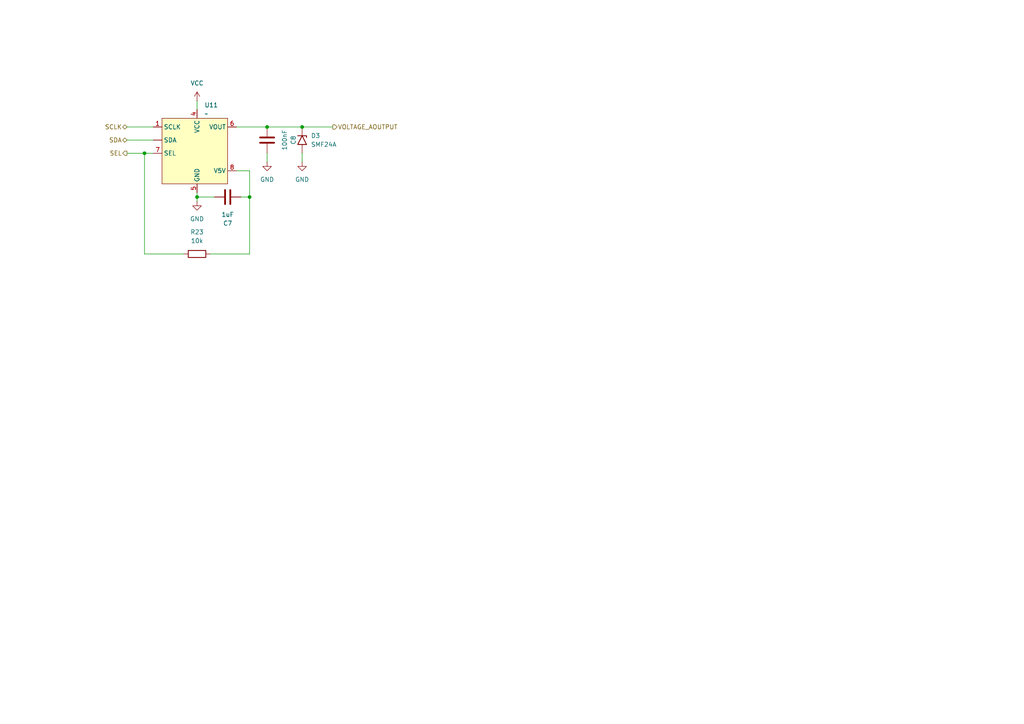
<source format=kicad_sch>
(kicad_sch
	(version 20250114)
	(generator "eeschema")
	(generator_version "9.0")
	(uuid "3742f05f-a4eb-40c7-b72e-0dcf39ee7c87")
	(paper "A4")
	(lib_symbols
		(symbol "Device:C"
			(pin_numbers
				(hide yes)
			)
			(pin_names
				(offset 0.254)
			)
			(exclude_from_sim no)
			(in_bom yes)
			(on_board yes)
			(property "Reference" "C"
				(at 0.635 2.54 0)
				(effects
					(font
						(size 1.27 1.27)
					)
					(justify left)
				)
			)
			(property "Value" "C"
				(at 0.635 -2.54 0)
				(effects
					(font
						(size 1.27 1.27)
					)
					(justify left)
				)
			)
			(property "Footprint" ""
				(at 0.9652 -3.81 0)
				(effects
					(font
						(size 1.27 1.27)
					)
					(hide yes)
				)
			)
			(property "Datasheet" "~"
				(at 0 0 0)
				(effects
					(font
						(size 1.27 1.27)
					)
					(hide yes)
				)
			)
			(property "Description" "Unpolarized capacitor"
				(at 0 0 0)
				(effects
					(font
						(size 1.27 1.27)
					)
					(hide yes)
				)
			)
			(property "ki_keywords" "cap capacitor"
				(at 0 0 0)
				(effects
					(font
						(size 1.27 1.27)
					)
					(hide yes)
				)
			)
			(property "ki_fp_filters" "C_*"
				(at 0 0 0)
				(effects
					(font
						(size 1.27 1.27)
					)
					(hide yes)
				)
			)
			(symbol "C_0_1"
				(polyline
					(pts
						(xy -2.032 0.762) (xy 2.032 0.762)
					)
					(stroke
						(width 0.508)
						(type default)
					)
					(fill
						(type none)
					)
				)
				(polyline
					(pts
						(xy -2.032 -0.762) (xy 2.032 -0.762)
					)
					(stroke
						(width 0.508)
						(type default)
					)
					(fill
						(type none)
					)
				)
			)
			(symbol "C_1_1"
				(pin passive line
					(at 0 3.81 270)
					(length 2.794)
					(name "~"
						(effects
							(font
								(size 1.27 1.27)
							)
						)
					)
					(number "1"
						(effects
							(font
								(size 1.27 1.27)
							)
						)
					)
				)
				(pin passive line
					(at 0 -3.81 90)
					(length 2.794)
					(name "~"
						(effects
							(font
								(size 1.27 1.27)
							)
						)
					)
					(number "2"
						(effects
							(font
								(size 1.27 1.27)
							)
						)
					)
				)
			)
			(embedded_fonts no)
		)
		(symbol "Device:R"
			(pin_numbers
				(hide yes)
			)
			(pin_names
				(offset 0)
			)
			(exclude_from_sim no)
			(in_bom yes)
			(on_board yes)
			(property "Reference" "R"
				(at 2.032 0 90)
				(effects
					(font
						(size 1.27 1.27)
					)
				)
			)
			(property "Value" "R"
				(at 0 0 90)
				(effects
					(font
						(size 1.27 1.27)
					)
				)
			)
			(property "Footprint" ""
				(at -1.778 0 90)
				(effects
					(font
						(size 1.27 1.27)
					)
					(hide yes)
				)
			)
			(property "Datasheet" "~"
				(at 0 0 0)
				(effects
					(font
						(size 1.27 1.27)
					)
					(hide yes)
				)
			)
			(property "Description" "Resistor"
				(at 0 0 0)
				(effects
					(font
						(size 1.27 1.27)
					)
					(hide yes)
				)
			)
			(property "ki_keywords" "R res resistor"
				(at 0 0 0)
				(effects
					(font
						(size 1.27 1.27)
					)
					(hide yes)
				)
			)
			(property "ki_fp_filters" "R_*"
				(at 0 0 0)
				(effects
					(font
						(size 1.27 1.27)
					)
					(hide yes)
				)
			)
			(symbol "R_0_1"
				(rectangle
					(start -1.016 -2.54)
					(end 1.016 2.54)
					(stroke
						(width 0.254)
						(type default)
					)
					(fill
						(type none)
					)
				)
			)
			(symbol "R_1_1"
				(pin passive line
					(at 0 3.81 270)
					(length 1.27)
					(name "~"
						(effects
							(font
								(size 1.27 1.27)
							)
						)
					)
					(number "1"
						(effects
							(font
								(size 1.27 1.27)
							)
						)
					)
				)
				(pin passive line
					(at 0 -3.81 90)
					(length 1.27)
					(name "~"
						(effects
							(font
								(size 1.27 1.27)
							)
						)
					)
					(number "2"
						(effects
							(font
								(size 1.27 1.27)
							)
						)
					)
				)
			)
			(embedded_fonts no)
		)
		(symbol "Diode:SMF24A"
			(pin_numbers
				(hide yes)
			)
			(pin_names
				(offset 1.016)
				(hide yes)
			)
			(exclude_from_sim no)
			(in_bom yes)
			(on_board yes)
			(property "Reference" "D"
				(at 0 2.54 0)
				(effects
					(font
						(size 1.27 1.27)
					)
				)
			)
			(property "Value" "SMF24A"
				(at 0 -2.54 0)
				(effects
					(font
						(size 1.27 1.27)
					)
				)
			)
			(property "Footprint" "Diode_SMD:D_SMF"
				(at 0 -5.08 0)
				(effects
					(font
						(size 1.27 1.27)
					)
					(hide yes)
				)
			)
			(property "Datasheet" "https://www.vishay.com/doc?85881"
				(at -1.27 0 0)
				(effects
					(font
						(size 1.27 1.27)
					)
					(hide yes)
				)
			)
			(property "Description" "200W unidirectional Transil Transient Voltage Suppressor, 24Vrwm, SMF"
				(at 0 0 0)
				(effects
					(font
						(size 1.27 1.27)
					)
					(hide yes)
				)
			)
			(property "ki_keywords" "diode TVS voltage suppressor"
				(at 0 0 0)
				(effects
					(font
						(size 1.27 1.27)
					)
					(hide yes)
				)
			)
			(property "ki_fp_filters" "D*SMF*"
				(at 0 0 0)
				(effects
					(font
						(size 1.27 1.27)
					)
					(hide yes)
				)
			)
			(symbol "SMF24A_0_1"
				(polyline
					(pts
						(xy -0.762 1.27) (xy -1.27 1.27) (xy -1.27 -1.27)
					)
					(stroke
						(width 0.254)
						(type default)
					)
					(fill
						(type none)
					)
				)
				(polyline
					(pts
						(xy 1.27 1.27) (xy 1.27 -1.27) (xy -1.27 0) (xy 1.27 1.27)
					)
					(stroke
						(width 0.254)
						(type default)
					)
					(fill
						(type none)
					)
				)
			)
			(symbol "SMF24A_1_1"
				(pin passive line
					(at -3.81 0 0)
					(length 2.54)
					(name "A1"
						(effects
							(font
								(size 1.27 1.27)
							)
						)
					)
					(number "1"
						(effects
							(font
								(size 1.27 1.27)
							)
						)
					)
				)
				(pin passive line
					(at 3.81 0 180)
					(length 2.54)
					(name "A2"
						(effects
							(font
								(size 1.27 1.27)
							)
						)
					)
					(number "2"
						(effects
							(font
								(size 1.27 1.27)
							)
						)
					)
				)
			)
			(embedded_fonts no)
		)
		(symbol "Riqi_Parts:GP8201S"
			(exclude_from_sim no)
			(in_bom yes)
			(on_board yes)
			(property "Reference" "U"
				(at 0 0 0)
				(effects
					(font
						(size 1.27 1.27)
					)
				)
			)
			(property "Value" ""
				(at 0 0 0)
				(effects
					(font
						(size 1.27 1.27)
					)
				)
			)
			(property "Footprint" "Riqi_Parts:eSOP-8"
				(at 0 0 0)
				(effects
					(font
						(size 1.27 1.27)
					)
					(hide yes)
				)
			)
			(property "Datasheet" "https://lcsc.com/datasheet/lcsc_datasheet_2410121507_Guestgood-GP8201S-TC50-EW_C5240058.pdf"
				(at 0 0 0)
				(effects
					(font
						(size 1.27 1.27)
					)
					(hide yes)
				)
			)
			(property "Description" ""
				(at 0 0 0)
				(effects
					(font
						(size 1.27 1.27)
					)
					(hide yes)
				)
			)
			(symbol "GP8201S_1_1"
				(rectangle
					(start -3.81 -1.27)
					(end 15.24 -20.32)
					(stroke
						(width 0)
						(type solid)
					)
					(fill
						(type background)
					)
				)
				(pin passive line
					(at -6.35 -3.81 0)
					(length 2.54)
					(name "SCLK"
						(effects
							(font
								(size 1.27 1.27)
							)
						)
					)
					(number "1"
						(effects
							(font
								(size 1.27 1.27)
							)
						)
					)
				)
				(pin passive line
					(at -6.35 -7.62 0)
					(length 2.54)
					(name "SDA"
						(effects
							(font
								(size 1.27 1.27)
							)
						)
					)
					(number ""
						(effects
							(font
								(size 1.27 1.27)
							)
						)
					)
				)
				(pin passive line
					(at -6.35 -11.43 0)
					(length 2.54)
					(name "SEL"
						(effects
							(font
								(size 1.27 1.27)
							)
						)
					)
					(number "7"
						(effects
							(font
								(size 1.27 1.27)
							)
						)
					)
				)
				(pin passive line
					(at 6.35 1.27 270)
					(length 2.54)
					(name "VCC"
						(effects
							(font
								(size 1.27 1.27)
							)
						)
					)
					(number "4"
						(effects
							(font
								(size 1.27 1.27)
							)
						)
					)
				)
				(pin passive line
					(at 6.35 -22.86 90)
					(length 2.54)
					(name "GND"
						(effects
							(font
								(size 1.27 1.27)
							)
						)
					)
					(number "5"
						(effects
							(font
								(size 1.27 1.27)
							)
						)
					)
				)
				(pin passive line
					(at 17.78 -3.81 180)
					(length 2.54)
					(name "VOUT"
						(effects
							(font
								(size 1.27 1.27)
							)
						)
					)
					(number "6"
						(effects
							(font
								(size 1.27 1.27)
							)
						)
					)
				)
				(pin passive line
					(at 17.78 -16.51 180)
					(length 2.54)
					(name "V5V"
						(effects
							(font
								(size 1.27 1.27)
							)
						)
					)
					(number "8"
						(effects
							(font
								(size 1.27 1.27)
							)
						)
					)
				)
			)
			(embedded_fonts no)
		)
		(symbol "power:GND"
			(power)
			(pin_numbers
				(hide yes)
			)
			(pin_names
				(offset 0)
				(hide yes)
			)
			(exclude_from_sim no)
			(in_bom yes)
			(on_board yes)
			(property "Reference" "#PWR"
				(at 0 -6.35 0)
				(effects
					(font
						(size 1.27 1.27)
					)
					(hide yes)
				)
			)
			(property "Value" "GND"
				(at 0 -3.81 0)
				(effects
					(font
						(size 1.27 1.27)
					)
				)
			)
			(property "Footprint" ""
				(at 0 0 0)
				(effects
					(font
						(size 1.27 1.27)
					)
					(hide yes)
				)
			)
			(property "Datasheet" ""
				(at 0 0 0)
				(effects
					(font
						(size 1.27 1.27)
					)
					(hide yes)
				)
			)
			(property "Description" "Power symbol creates a global label with name \"GND\" , ground"
				(at 0 0 0)
				(effects
					(font
						(size 1.27 1.27)
					)
					(hide yes)
				)
			)
			(property "ki_keywords" "global power"
				(at 0 0 0)
				(effects
					(font
						(size 1.27 1.27)
					)
					(hide yes)
				)
			)
			(symbol "GND_0_1"
				(polyline
					(pts
						(xy 0 0) (xy 0 -1.27) (xy 1.27 -1.27) (xy 0 -2.54) (xy -1.27 -1.27) (xy 0 -1.27)
					)
					(stroke
						(width 0)
						(type default)
					)
					(fill
						(type none)
					)
				)
			)
			(symbol "GND_1_1"
				(pin power_in line
					(at 0 0 270)
					(length 0)
					(name "~"
						(effects
							(font
								(size 1.27 1.27)
							)
						)
					)
					(number "1"
						(effects
							(font
								(size 1.27 1.27)
							)
						)
					)
				)
			)
			(embedded_fonts no)
		)
		(symbol "power:VCC"
			(power)
			(pin_numbers
				(hide yes)
			)
			(pin_names
				(offset 0)
				(hide yes)
			)
			(exclude_from_sim no)
			(in_bom yes)
			(on_board yes)
			(property "Reference" "#PWR"
				(at 0 -3.81 0)
				(effects
					(font
						(size 1.27 1.27)
					)
					(hide yes)
				)
			)
			(property "Value" "VCC"
				(at 0 3.556 0)
				(effects
					(font
						(size 1.27 1.27)
					)
				)
			)
			(property "Footprint" ""
				(at 0 0 0)
				(effects
					(font
						(size 1.27 1.27)
					)
					(hide yes)
				)
			)
			(property "Datasheet" ""
				(at 0 0 0)
				(effects
					(font
						(size 1.27 1.27)
					)
					(hide yes)
				)
			)
			(property "Description" "Power symbol creates a global label with name \"VCC\""
				(at 0 0 0)
				(effects
					(font
						(size 1.27 1.27)
					)
					(hide yes)
				)
			)
			(property "ki_keywords" "global power"
				(at 0 0 0)
				(effects
					(font
						(size 1.27 1.27)
					)
					(hide yes)
				)
			)
			(symbol "VCC_0_1"
				(polyline
					(pts
						(xy -0.762 1.27) (xy 0 2.54)
					)
					(stroke
						(width 0)
						(type default)
					)
					(fill
						(type none)
					)
				)
				(polyline
					(pts
						(xy 0 2.54) (xy 0.762 1.27)
					)
					(stroke
						(width 0)
						(type default)
					)
					(fill
						(type none)
					)
				)
				(polyline
					(pts
						(xy 0 0) (xy 0 2.54)
					)
					(stroke
						(width 0)
						(type default)
					)
					(fill
						(type none)
					)
				)
			)
			(symbol "VCC_1_1"
				(pin power_in line
					(at 0 0 90)
					(length 0)
					(name "~"
						(effects
							(font
								(size 1.27 1.27)
							)
						)
					)
					(number "1"
						(effects
							(font
								(size 1.27 1.27)
							)
						)
					)
				)
			)
			(embedded_fonts no)
		)
	)
	(junction
		(at 87.63 36.83)
		(diameter 0)
		(color 0 0 0 0)
		(uuid "37b86f11-e166-4d75-90fb-e9035876b411")
	)
	(junction
		(at 72.39 57.15)
		(diameter 0)
		(color 0 0 0 0)
		(uuid "39a9a1b7-cb0d-488a-a2c9-396f72f9df0c")
	)
	(junction
		(at 77.47 36.83)
		(diameter 0)
		(color 0 0 0 0)
		(uuid "91e6294b-46e3-46da-986b-8fc2ef76237f")
	)
	(junction
		(at 41.91 44.45)
		(diameter 0)
		(color 0 0 0 0)
		(uuid "9befae28-e58a-4602-8b14-49b78630f37f")
	)
	(junction
		(at 57.15 57.15)
		(diameter 0)
		(color 0 0 0 0)
		(uuid "a3885f68-5885-4415-981a-d08c1551c405")
	)
	(wire
		(pts
			(xy 36.83 44.45) (xy 41.91 44.45)
		)
		(stroke
			(width 0)
			(type default)
		)
		(uuid "01cf88f8-b7fc-40b0-988b-ea88e8adcf07")
	)
	(wire
		(pts
			(xy 53.34 73.66) (xy 41.91 73.66)
		)
		(stroke
			(width 0)
			(type default)
		)
		(uuid "0c5d048c-c380-44c6-b406-ab65a3a1c35e")
	)
	(wire
		(pts
			(xy 57.15 57.15) (xy 57.15 58.42)
		)
		(stroke
			(width 0)
			(type default)
		)
		(uuid "2178dc25-0054-4aa3-ae79-e887e11ebf2f")
	)
	(wire
		(pts
			(xy 68.58 36.83) (xy 77.47 36.83)
		)
		(stroke
			(width 0)
			(type default)
		)
		(uuid "247baa79-7d52-4c9d-818d-5428357cdfd4")
	)
	(wire
		(pts
			(xy 87.63 44.45) (xy 87.63 46.99)
		)
		(stroke
			(width 0)
			(type default)
		)
		(uuid "24bfae15-4c81-478b-9860-fb4c2ed3aaf8")
	)
	(wire
		(pts
			(xy 41.91 44.45) (xy 41.91 73.66)
		)
		(stroke
			(width 0)
			(type default)
		)
		(uuid "2a466cbf-82a4-411f-9943-590441ffc9bf")
	)
	(wire
		(pts
			(xy 72.39 49.53) (xy 68.58 49.53)
		)
		(stroke
			(width 0)
			(type default)
		)
		(uuid "2f2058f7-8eb4-4142-80c1-1769be58067e")
	)
	(wire
		(pts
			(xy 72.39 73.66) (xy 72.39 57.15)
		)
		(stroke
			(width 0)
			(type default)
		)
		(uuid "305d318d-ac7f-467d-aa8e-ea1c74b7f369")
	)
	(wire
		(pts
			(xy 57.15 29.21) (xy 57.15 31.75)
		)
		(stroke
			(width 0)
			(type default)
		)
		(uuid "356daf53-e3d5-454c-b9f9-e4ab009648fd")
	)
	(wire
		(pts
			(xy 36.83 40.64) (xy 44.45 40.64)
		)
		(stroke
			(width 0)
			(type default)
		)
		(uuid "382d9985-bc91-4ab9-8c3e-6423b1be5b60")
	)
	(wire
		(pts
			(xy 77.47 44.45) (xy 77.47 46.99)
		)
		(stroke
			(width 0)
			(type default)
		)
		(uuid "4f79106a-862c-444a-be9c-10a287a785a2")
	)
	(wire
		(pts
			(xy 57.15 57.15) (xy 62.23 57.15)
		)
		(stroke
			(width 0)
			(type default)
		)
		(uuid "50c34c20-de72-4f2f-ae11-bee130f9dda5")
	)
	(wire
		(pts
			(xy 77.47 36.83) (xy 87.63 36.83)
		)
		(stroke
			(width 0)
			(type default)
		)
		(uuid "8d1feb1b-2fdb-4522-8d49-c16a279ccc6d")
	)
	(wire
		(pts
			(xy 41.91 44.45) (xy 44.45 44.45)
		)
		(stroke
			(width 0)
			(type default)
		)
		(uuid "a4dbce02-4770-4915-a889-da30974d89ad")
	)
	(wire
		(pts
			(xy 36.83 36.83) (xy 44.45 36.83)
		)
		(stroke
			(width 0)
			(type default)
		)
		(uuid "a589327b-7bbb-4aa3-b180-a95477b0ab3d")
	)
	(wire
		(pts
			(xy 72.39 57.15) (xy 72.39 49.53)
		)
		(stroke
			(width 0)
			(type default)
		)
		(uuid "a7e82d45-8570-4cb5-a924-ecdac3bf5a66")
	)
	(wire
		(pts
			(xy 60.96 73.66) (xy 72.39 73.66)
		)
		(stroke
			(width 0)
			(type default)
		)
		(uuid "aa42bb85-3377-40e1-84f8-2953c11778d5")
	)
	(wire
		(pts
			(xy 57.15 55.88) (xy 57.15 57.15)
		)
		(stroke
			(width 0)
			(type default)
		)
		(uuid "c08283ae-81a7-4d5e-8d45-5e2ac7dd2267")
	)
	(wire
		(pts
			(xy 69.85 57.15) (xy 72.39 57.15)
		)
		(stroke
			(width 0)
			(type default)
		)
		(uuid "e0352069-46ae-4603-aab0-f44f1b54522e")
	)
	(wire
		(pts
			(xy 87.63 36.83) (xy 96.52 36.83)
		)
		(stroke
			(width 0)
			(type default)
		)
		(uuid "fa61c790-b0d9-4f73-962d-bfb82ce8e59e")
	)
	(hierarchical_label "VOLTAGE_AOUTPUT"
		(shape output)
		(at 96.52 36.83 0)
		(effects
			(font
				(size 1.27 1.27)
			)
			(justify left)
		)
		(uuid "05417ecd-022e-4c0d-a9ad-6ad68e854b13")
	)
	(hierarchical_label "SCLK"
		(shape bidirectional)
		(at 36.83 36.83 180)
		(effects
			(font
				(size 1.27 1.27)
			)
			(justify right)
		)
		(uuid "4ff90390-0aa6-44a1-96de-5166687bde46")
	)
	(hierarchical_label "SDA"
		(shape bidirectional)
		(at 36.83 40.64 180)
		(effects
			(font
				(size 1.27 1.27)
			)
			(justify right)
		)
		(uuid "772c48a4-a799-4516-8cb2-4f8a1e6e90c8")
	)
	(hierarchical_label "SEL"
		(shape output)
		(at 36.83 44.45 180)
		(effects
			(font
				(size 1.27 1.27)
			)
			(justify right)
		)
		(uuid "b464bd23-a3d1-4980-9557-aaaac9460f3a")
	)
	(symbol
		(lib_id "power:GND")
		(at 57.15 58.42 0)
		(unit 1)
		(exclude_from_sim no)
		(in_bom yes)
		(on_board yes)
		(dnp no)
		(fields_autoplaced yes)
		(uuid "0d36b151-1690-4e53-ac0a-4b56dace1e06")
		(property "Reference" "#PWR049"
			(at 57.15 64.77 0)
			(effects
				(font
					(size 1.27 1.27)
				)
				(hide yes)
			)
		)
		(property "Value" "GND"
			(at 57.15 63.5 0)
			(effects
				(font
					(size 1.27 1.27)
				)
			)
		)
		(property "Footprint" ""
			(at 57.15 58.42 0)
			(effects
				(font
					(size 1.27 1.27)
				)
				(hide yes)
			)
		)
		(property "Datasheet" ""
			(at 57.15 58.42 0)
			(effects
				(font
					(size 1.27 1.27)
				)
				(hide yes)
			)
		)
		(property "Description" "Power symbol creates a global label with name \"GND\" , ground"
			(at 57.15 58.42 0)
			(effects
				(font
					(size 1.27 1.27)
				)
				(hide yes)
			)
		)
		(pin "1"
			(uuid "6ae02edb-08f9-405c-a30d-29f52d2ca84d")
		)
		(instances
			(project "NIVARA"
				(path "/ff64f013-32cc-4b27-a03f-45a540688198/1d6a0d55-124c-4c27-8d03-8c1521f03c11/c2cdf35d-58b0-43d9-97b8-dc4a39c93f3d"
					(reference "#PWR049")
					(unit 1)
				)
			)
		)
	)
	(symbol
		(lib_id "Riqi_Parts:GP8201S")
		(at 50.8 33.02 0)
		(unit 1)
		(exclude_from_sim no)
		(in_bom yes)
		(on_board yes)
		(dnp no)
		(fields_autoplaced yes)
		(uuid "3083f3de-6405-48c1-bfbc-8eba692dd5b1")
		(property "Reference" "U11"
			(at 59.2933 30.48 0)
			(effects
				(font
					(size 1.27 1.27)
				)
				(justify left)
			)
		)
		(property "Value" "~"
			(at 59.2933 33.02 0)
			(effects
				(font
					(size 1.27 1.27)
				)
				(justify left)
			)
		)
		(property "Footprint" "Riqi_Parts:eSOP-8"
			(at 50.8 33.02 0)
			(effects
				(font
					(size 1.27 1.27)
				)
				(hide yes)
			)
		)
		(property "Datasheet" "https://lcsc.com/datasheet/lcsc_datasheet_2410121507_Guestgood-GP8201S-TC50-EW_C5240058.pdf"
			(at 50.8 33.02 0)
			(effects
				(font
					(size 1.27 1.27)
				)
				(hide yes)
			)
		)
		(property "Description" ""
			(at 50.8 33.02 0)
			(effects
				(font
					(size 1.27 1.27)
				)
				(hide yes)
			)
		)
		(pin "4"
			(uuid "efb988f6-c932-4029-bf9c-8e7ccc9f8df9")
		)
		(pin "1"
			(uuid "e9600d62-9a79-451e-a838-6bfc7b851033")
		)
		(pin "5"
			(uuid "2171b937-6b58-4741-ada7-81d9b943e09e")
		)
		(pin "7"
			(uuid "a05c47a9-a9aa-4793-8a2c-ab43d38c0f5c")
		)
		(pin ""
			(uuid "4e6d7521-c851-4f33-8c82-e2293a2e9d88")
		)
		(pin "8"
			(uuid "9a7ce201-4337-4107-8e0a-a2c66d70e1e3")
		)
		(pin "6"
			(uuid "bdf14164-8516-4c07-8d3e-97d1bf96b75b")
		)
		(instances
			(project "NIVARA"
				(path "/ff64f013-32cc-4b27-a03f-45a540688198/1d6a0d55-124c-4c27-8d03-8c1521f03c11/c2cdf35d-58b0-43d9-97b8-dc4a39c93f3d"
					(reference "U11")
					(unit 1)
				)
			)
		)
	)
	(symbol
		(lib_id "power:VCC")
		(at 57.15 29.21 0)
		(unit 1)
		(exclude_from_sim no)
		(in_bom yes)
		(on_board yes)
		(dnp no)
		(fields_autoplaced yes)
		(uuid "32a4f282-1938-49ed-9804-2171ccd66d25")
		(property "Reference" "#PWR048"
			(at 57.15 33.02 0)
			(effects
				(font
					(size 1.27 1.27)
				)
				(hide yes)
			)
		)
		(property "Value" "VCC"
			(at 57.15 24.13 0)
			(effects
				(font
					(size 1.27 1.27)
				)
			)
		)
		(property "Footprint" ""
			(at 57.15 29.21 0)
			(effects
				(font
					(size 1.27 1.27)
				)
				(hide yes)
			)
		)
		(property "Datasheet" ""
			(at 57.15 29.21 0)
			(effects
				(font
					(size 1.27 1.27)
				)
				(hide yes)
			)
		)
		(property "Description" "Power symbol creates a global label with name \"VCC\""
			(at 57.15 29.21 0)
			(effects
				(font
					(size 1.27 1.27)
				)
				(hide yes)
			)
		)
		(pin "1"
			(uuid "8806bf15-8e95-4822-8b3d-92ca2ca38280")
		)
		(instances
			(project "NIVARA"
				(path "/ff64f013-32cc-4b27-a03f-45a540688198/1d6a0d55-124c-4c27-8d03-8c1521f03c11/c2cdf35d-58b0-43d9-97b8-dc4a39c93f3d"
					(reference "#PWR048")
					(unit 1)
				)
			)
		)
	)
	(symbol
		(lib_id "power:GND")
		(at 87.63 46.99 0)
		(unit 1)
		(exclude_from_sim no)
		(in_bom yes)
		(on_board yes)
		(dnp no)
		(fields_autoplaced yes)
		(uuid "662b6e9a-245d-4a1f-b92b-f2a9faa0457a")
		(property "Reference" "#PWR046"
			(at 87.63 53.34 0)
			(effects
				(font
					(size 1.27 1.27)
				)
				(hide yes)
			)
		)
		(property "Value" "GND"
			(at 87.63 52.07 0)
			(effects
				(font
					(size 1.27 1.27)
				)
			)
		)
		(property "Footprint" ""
			(at 87.63 46.99 0)
			(effects
				(font
					(size 1.27 1.27)
				)
				(hide yes)
			)
		)
		(property "Datasheet" ""
			(at 87.63 46.99 0)
			(effects
				(font
					(size 1.27 1.27)
				)
				(hide yes)
			)
		)
		(property "Description" "Power symbol creates a global label with name \"GND\" , ground"
			(at 87.63 46.99 0)
			(effects
				(font
					(size 1.27 1.27)
				)
				(hide yes)
			)
		)
		(pin "1"
			(uuid "21e7dea8-dc65-49ba-b955-ef1b8542ed03")
		)
		(instances
			(project "NIVARA"
				(path "/ff64f013-32cc-4b27-a03f-45a540688198/1d6a0d55-124c-4c27-8d03-8c1521f03c11/c2cdf35d-58b0-43d9-97b8-dc4a39c93f3d"
					(reference "#PWR046")
					(unit 1)
				)
			)
		)
	)
	(symbol
		(lib_id "Diode:SMF24A")
		(at 87.63 40.64 270)
		(unit 1)
		(exclude_from_sim no)
		(in_bom yes)
		(on_board yes)
		(dnp no)
		(fields_autoplaced yes)
		(uuid "70958a0c-14cd-498d-96c7-6784d8276f5e")
		(property "Reference" "D3"
			(at 90.17 39.3699 90)
			(effects
				(font
					(size 1.27 1.27)
				)
				(justify left)
			)
		)
		(property "Value" "SMF24A"
			(at 90.17 41.9099 90)
			(effects
				(font
					(size 1.27 1.27)
				)
				(justify left)
			)
		)
		(property "Footprint" "Diode_SMD:D_SMF"
			(at 82.55 40.64 0)
			(effects
				(font
					(size 1.27 1.27)
				)
				(hide yes)
			)
		)
		(property "Datasheet" "https://www.vishay.com/doc?85881"
			(at 87.63 39.37 0)
			(effects
				(font
					(size 1.27 1.27)
				)
				(hide yes)
			)
		)
		(property "Description" "200W unidirectional Transil Transient Voltage Suppressor, 24Vrwm, SMF"
			(at 87.63 40.64 0)
			(effects
				(font
					(size 1.27 1.27)
				)
				(hide yes)
			)
		)
		(property "LCSC#" "C7495269"
			(at 87.63 40.64 90)
			(effects
				(font
					(size 1.27 1.27)
				)
				(hide yes)
			)
		)
		(pin "1"
			(uuid "5d6114e7-4d01-46e9-b6f8-13b34735f7d8")
		)
		(pin "2"
			(uuid "20826ab0-bcd0-4e56-a872-7397b8be6b21")
		)
		(instances
			(project "NIVARA"
				(path "/ff64f013-32cc-4b27-a03f-45a540688198/1d6a0d55-124c-4c27-8d03-8c1521f03c11/c2cdf35d-58b0-43d9-97b8-dc4a39c93f3d"
					(reference "D3")
					(unit 1)
				)
			)
		)
	)
	(symbol
		(lib_id "Device:C")
		(at 66.04 57.15 90)
		(unit 1)
		(exclude_from_sim no)
		(in_bom yes)
		(on_board yes)
		(dnp no)
		(uuid "b6a894aa-f515-4d38-a765-726d545de0a9")
		(property "Reference" "C7"
			(at 66.04 64.77 90)
			(effects
				(font
					(size 1.27 1.27)
				)
			)
		)
		(property "Value" "1uF"
			(at 66.04 62.23 90)
			(effects
				(font
					(size 1.27 1.27)
				)
			)
		)
		(property "Footprint" ""
			(at 69.85 56.1848 0)
			(effects
				(font
					(size 1.27 1.27)
				)
				(hide yes)
			)
		)
		(property "Datasheet" "~"
			(at 66.04 57.15 0)
			(effects
				(font
					(size 1.27 1.27)
				)
				(hide yes)
			)
		)
		(property "Description" "Unpolarized capacitor"
			(at 66.04 57.15 0)
			(effects
				(font
					(size 1.27 1.27)
				)
				(hide yes)
			)
		)
		(pin "2"
			(uuid "17b6e5d4-8d3f-4e43-a094-12bbba6c2a15")
		)
		(pin "1"
			(uuid "940082d0-31e0-4ec3-920b-9b59a3d1c782")
		)
		(instances
			(project "NIVARA"
				(path "/ff64f013-32cc-4b27-a03f-45a540688198/1d6a0d55-124c-4c27-8d03-8c1521f03c11/c2cdf35d-58b0-43d9-97b8-dc4a39c93f3d"
					(reference "C7")
					(unit 1)
				)
			)
		)
	)
	(symbol
		(lib_id "power:GND")
		(at 77.47 46.99 0)
		(unit 1)
		(exclude_from_sim no)
		(in_bom yes)
		(on_board yes)
		(dnp no)
		(fields_autoplaced yes)
		(uuid "bba1afef-4158-4353-ac2f-1c0cdacfd82d")
		(property "Reference" "#PWR050"
			(at 77.47 53.34 0)
			(effects
				(font
					(size 1.27 1.27)
				)
				(hide yes)
			)
		)
		(property "Value" "GND"
			(at 77.47 52.07 0)
			(effects
				(font
					(size 1.27 1.27)
				)
			)
		)
		(property "Footprint" ""
			(at 77.47 46.99 0)
			(effects
				(font
					(size 1.27 1.27)
				)
				(hide yes)
			)
		)
		(property "Datasheet" ""
			(at 77.47 46.99 0)
			(effects
				(font
					(size 1.27 1.27)
				)
				(hide yes)
			)
		)
		(property "Description" "Power symbol creates a global label with name \"GND\" , ground"
			(at 77.47 46.99 0)
			(effects
				(font
					(size 1.27 1.27)
				)
				(hide yes)
			)
		)
		(pin "1"
			(uuid "b2663e65-be23-4ee1-9e9a-073730702b13")
		)
		(instances
			(project "NIVARA"
				(path "/ff64f013-32cc-4b27-a03f-45a540688198/1d6a0d55-124c-4c27-8d03-8c1521f03c11/c2cdf35d-58b0-43d9-97b8-dc4a39c93f3d"
					(reference "#PWR050")
					(unit 1)
				)
			)
		)
	)
	(symbol
		(lib_id "Device:C")
		(at 77.47 40.64 180)
		(unit 1)
		(exclude_from_sim no)
		(in_bom yes)
		(on_board yes)
		(dnp no)
		(uuid "ddb04e3c-561d-41ad-bae2-3a5e343ae6fa")
		(property "Reference" "C8"
			(at 85.09 40.64 90)
			(effects
				(font
					(size 1.27 1.27)
				)
			)
		)
		(property "Value" "100nF"
			(at 82.55 40.64 90)
			(effects
				(font
					(size 1.27 1.27)
				)
			)
		)
		(property "Footprint" ""
			(at 76.5048 36.83 0)
			(effects
				(font
					(size 1.27 1.27)
				)
				(hide yes)
			)
		)
		(property "Datasheet" "~"
			(at 77.47 40.64 0)
			(effects
				(font
					(size 1.27 1.27)
				)
				(hide yes)
			)
		)
		(property "Description" "Unpolarized capacitor"
			(at 77.47 40.64 0)
			(effects
				(font
					(size 1.27 1.27)
				)
				(hide yes)
			)
		)
		(pin "2"
			(uuid "6dbcc052-a428-4c49-8a9b-fb49fec7b57e")
		)
		(pin "1"
			(uuid "f868081e-22eb-4a51-8e20-ce2eaeb53f0f")
		)
		(instances
			(project "NIVARA"
				(path "/ff64f013-32cc-4b27-a03f-45a540688198/1d6a0d55-124c-4c27-8d03-8c1521f03c11/c2cdf35d-58b0-43d9-97b8-dc4a39c93f3d"
					(reference "C8")
					(unit 1)
				)
			)
		)
	)
	(symbol
		(lib_id "Device:R")
		(at 57.15 73.66 90)
		(unit 1)
		(exclude_from_sim no)
		(in_bom yes)
		(on_board yes)
		(dnp no)
		(fields_autoplaced yes)
		(uuid "e99df2aa-36c8-4e39-9588-0da6881d6d75")
		(property "Reference" "R23"
			(at 57.15 67.31 90)
			(effects
				(font
					(size 1.27 1.27)
				)
			)
		)
		(property "Value" "10k"
			(at 57.15 69.85 90)
			(effects
				(font
					(size 1.27 1.27)
				)
			)
		)
		(property "Footprint" ""
			(at 57.15 75.438 90)
			(effects
				(font
					(size 1.27 1.27)
				)
				(hide yes)
			)
		)
		(property "Datasheet" "~"
			(at 57.15 73.66 0)
			(effects
				(font
					(size 1.27 1.27)
				)
				(hide yes)
			)
		)
		(property "Description" "Resistor"
			(at 57.15 73.66 0)
			(effects
				(font
					(size 1.27 1.27)
				)
				(hide yes)
			)
		)
		(pin "2"
			(uuid "911550a5-5f96-4361-8d42-30a2f1be9463")
		)
		(pin "1"
			(uuid "5868d3d0-367d-4779-832e-8e43f8ecca3f")
		)
		(instances
			(project "NIVARA"
				(path "/ff64f013-32cc-4b27-a03f-45a540688198/1d6a0d55-124c-4c27-8d03-8c1521f03c11/c2cdf35d-58b0-43d9-97b8-dc4a39c93f3d"
					(reference "R23")
					(unit 1)
				)
			)
		)
	)
)

</source>
